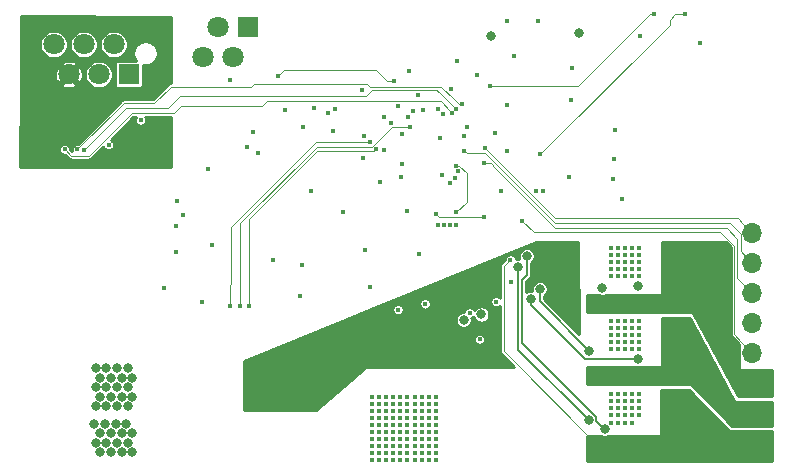
<source format=gbr>
G04 #@! TF.GenerationSoftware,KiCad,Pcbnew,5.1.5-52549c5~84~ubuntu18.04.1*
G04 #@! TF.CreationDate,2020-04-04T20:58:38+02:00*
G04 #@! TF.ProjectId,board,626f6172-642e-46b6-9963-61645f706362,rev?*
G04 #@! TF.SameCoordinates,Original*
G04 #@! TF.FileFunction,Copper,L3,Inr*
G04 #@! TF.FilePolarity,Positive*
%FSLAX46Y46*%
G04 Gerber Fmt 4.6, Leading zero omitted, Abs format (unit mm)*
G04 Created by KiCad (PCBNEW 5.1.5-52549c5~84~ubuntu18.04.1) date 2020-04-04 20:58:38*
%MOMM*%
%LPD*%
G04 APERTURE LIST*
%ADD10O,1.700000X1.700000*%
%ADD11R,1.700000X1.700000*%
%ADD12C,1.800000*%
%ADD13R,1.800000X1.800000*%
%ADD14C,0.400000*%
%ADD15C,0.800000*%
%ADD16C,0.600000*%
%ADD17C,0.101600*%
%ADD18C,0.177800*%
%ADD19C,0.254000*%
G04 APERTURE END LIST*
D10*
X156000000Y-119329200D03*
X156000000Y-121869200D03*
X156000000Y-124409200D03*
X156000000Y-126949200D03*
X156000000Y-129489200D03*
X156000000Y-132029200D03*
X156000000Y-134569200D03*
D11*
X156000000Y-137109200D03*
D12*
X96860000Y-103390000D03*
X98130000Y-105930000D03*
D13*
X103210000Y-105930000D03*
D12*
X101940000Y-103390000D03*
X100670000Y-105930000D03*
X99400000Y-103390000D03*
D13*
X113325000Y-101930000D03*
D12*
X112055000Y-104470000D03*
X110785000Y-101930000D03*
X109515000Y-104470000D03*
D14*
X129100000Y-127200000D03*
X128500000Y-127800000D03*
X124910000Y-127210000D03*
X126700000Y-127800000D03*
X129100000Y-129000000D03*
X129100000Y-127800000D03*
X128500000Y-127200000D03*
X124900000Y-129000000D03*
X126700000Y-128400000D03*
X126100000Y-127200000D03*
X126100000Y-129000000D03*
X124300000Y-127800000D03*
X126100000Y-128400000D03*
X126700000Y-127200000D03*
X123700000Y-127800000D03*
X126100000Y-127800000D03*
X127900000Y-127200000D03*
X124900000Y-127800000D03*
X127310000Y-127210000D03*
X124300000Y-128400000D03*
X127900000Y-129000000D03*
X127300000Y-127800000D03*
X123700000Y-128400000D03*
X125500000Y-129000000D03*
X125500000Y-127200000D03*
X123700000Y-127200000D03*
X124300000Y-129000000D03*
X127900000Y-127800000D03*
X127300000Y-129000000D03*
X125500000Y-128400000D03*
X128500000Y-128400000D03*
X128500000Y-129000000D03*
X123700000Y-129000000D03*
X124900000Y-128400000D03*
X129100000Y-128400000D03*
X127300000Y-128400000D03*
X127900000Y-128400000D03*
X125500000Y-127800000D03*
X126700000Y-129000000D03*
X124300000Y-127200000D03*
D15*
X141300000Y-102400000D03*
X141000000Y-120600000D03*
D14*
X129890000Y-118690000D03*
X127748000Y-121100000D03*
X117700000Y-124650000D03*
X123600000Y-123900000D03*
X117900000Y-122050000D03*
X133750000Y-106885000D03*
X127700000Y-107700000D03*
X130520000Y-107140000D03*
X111740000Y-106360000D03*
X115880000Y-106040000D03*
X125700000Y-106510000D03*
X136500000Y-118300000D03*
X129200000Y-117700000D03*
X133300000Y-118000000D03*
X104200000Y-109800000D03*
X147700000Y-100800000D03*
X126250000Y-114570000D03*
X134760000Y-115790000D03*
X130380000Y-118690000D03*
X126000000Y-125850000D03*
D15*
X131550000Y-126710000D03*
X143300000Y-124000000D03*
X133060000Y-126250000D03*
X146300000Y-123800000D03*
X137300000Y-124900000D03*
X146300000Y-130000000D03*
X142200000Y-129300000D03*
X138000000Y-124100000D03*
X136180000Y-122220000D03*
X142130025Y-135169975D03*
X136900000Y-121300000D03*
X143494805Y-135966469D03*
D14*
X126800000Y-136800000D03*
X128000000Y-136800000D03*
X124400000Y-137400000D03*
X128000000Y-136200000D03*
X126200000Y-136200000D03*
X125000000Y-136200000D03*
X124400000Y-136800000D03*
X128000000Y-137400000D03*
X128600000Y-137400000D03*
X126200000Y-136800000D03*
X125010000Y-135610000D03*
X128600000Y-136800000D03*
X124400000Y-136200000D03*
X127400000Y-136800000D03*
X125600000Y-135600000D03*
X126800000Y-137400000D03*
X125000000Y-136800000D03*
X129200000Y-135600000D03*
X126800000Y-135600000D03*
X126200000Y-137400000D03*
X123800000Y-137400000D03*
X128000000Y-135600000D03*
X128600000Y-135600000D03*
X123800000Y-135600000D03*
X128600000Y-136200000D03*
X126200000Y-135600000D03*
X127410000Y-135610000D03*
X127400000Y-136200000D03*
X129200000Y-136800000D03*
X123800000Y-136800000D03*
X125600000Y-137400000D03*
X125600000Y-136200000D03*
X123800000Y-136200000D03*
X125000000Y-137400000D03*
X127400000Y-137400000D03*
X125600000Y-136800000D03*
X124400000Y-135600000D03*
X126800000Y-136200000D03*
X129200000Y-137400000D03*
X129200000Y-136200000D03*
X129200000Y-138600000D03*
X128600000Y-138000000D03*
X123800000Y-138600000D03*
X124400000Y-138000000D03*
X126800000Y-138000000D03*
X125600000Y-138000000D03*
X128000000Y-138600000D03*
X123800000Y-138000000D03*
X126200000Y-138600000D03*
X126800000Y-138600000D03*
X128600000Y-138600000D03*
X125600000Y-138600000D03*
X125000000Y-138600000D03*
X126200000Y-138000000D03*
X128000000Y-138000000D03*
X125000000Y-138000000D03*
X127400000Y-138600000D03*
X129200000Y-138000000D03*
X127400000Y-138000000D03*
X124400000Y-138600000D03*
X126800000Y-134400000D03*
X128000000Y-134400000D03*
X124400000Y-135000000D03*
X128000000Y-133800000D03*
X126200000Y-133800000D03*
X125000000Y-133800000D03*
X124400000Y-134400000D03*
X128000000Y-135000000D03*
X128600000Y-135000000D03*
X126200000Y-134400000D03*
X125010000Y-133210000D03*
X128600000Y-134400000D03*
X124400000Y-133800000D03*
X127400000Y-134400000D03*
X125600000Y-133200000D03*
X126800000Y-135000000D03*
X125000000Y-134400000D03*
X129200000Y-133200000D03*
X126800000Y-133200000D03*
X126200000Y-135000000D03*
X123800000Y-135000000D03*
X128000000Y-133200000D03*
X128600000Y-133200000D03*
X123800000Y-133200000D03*
X128600000Y-133800000D03*
X126200000Y-133200000D03*
X127410000Y-133210000D03*
X127400000Y-133800000D03*
X129200000Y-134400000D03*
X123800000Y-134400000D03*
X125600000Y-135000000D03*
X125600000Y-133800000D03*
X123800000Y-133800000D03*
X125000000Y-135000000D03*
X127400000Y-135000000D03*
X125600000Y-134400000D03*
X124400000Y-133200000D03*
X126800000Y-133800000D03*
X129200000Y-135000000D03*
X129200000Y-133800000D03*
X146400000Y-127400000D03*
X144600000Y-127400000D03*
X144600000Y-128600000D03*
X144600000Y-128000000D03*
X146400000Y-129200000D03*
X145800000Y-129200000D03*
X145200000Y-126800000D03*
X145800000Y-126800000D03*
X145800000Y-128000000D03*
X145200000Y-129200000D03*
X145200000Y-127400000D03*
X144600000Y-126800000D03*
X145800000Y-127400000D03*
X145800000Y-128600000D03*
X145200000Y-128600000D03*
X145200000Y-128000000D03*
X146400000Y-126800000D03*
X146400000Y-128000000D03*
X144600000Y-129200000D03*
X146400000Y-128600000D03*
X146400000Y-133600000D03*
X144600000Y-133600000D03*
X144600000Y-134800000D03*
X144600000Y-134200000D03*
X145800000Y-135400000D03*
X145200000Y-133000000D03*
X145800000Y-133000000D03*
X145800000Y-134200000D03*
X145200000Y-135400000D03*
X145200000Y-133600000D03*
X144600000Y-133000000D03*
X145800000Y-133600000D03*
X145800000Y-134800000D03*
X145200000Y-134800000D03*
X145200000Y-134200000D03*
X146400000Y-133000000D03*
X146400000Y-134200000D03*
X144600000Y-135400000D03*
X146400000Y-134800000D03*
X144000000Y-128000000D03*
X144000000Y-129200000D03*
X144000000Y-126800000D03*
X144000000Y-128600000D03*
X144000000Y-127400000D03*
X144000000Y-121200000D03*
X144000000Y-122400000D03*
X144000000Y-121800000D03*
X144000000Y-120600000D03*
X144000000Y-123000000D03*
X144000000Y-134800000D03*
X144000000Y-133600000D03*
X144000000Y-135400000D03*
X144000000Y-133000000D03*
X144000000Y-134200000D03*
X146400000Y-121200000D03*
X146400000Y-121800000D03*
X146400000Y-122400000D03*
X146400000Y-123000000D03*
X145800000Y-123000000D03*
X145800000Y-122400000D03*
X145800000Y-121800000D03*
X145800000Y-121200000D03*
X145800000Y-120600000D03*
X145200000Y-120600000D03*
X145200000Y-121200000D03*
X145200000Y-121800000D03*
X145200000Y-122400000D03*
X145200000Y-123000000D03*
X144600000Y-123000000D03*
X144600000Y-120600000D03*
X144600000Y-121800000D03*
X144600000Y-121200000D03*
X144600000Y-122400000D03*
X129390000Y-118670000D03*
D15*
X100300000Y-135500000D03*
X101200000Y-135500000D03*
X102100000Y-135500000D03*
X103000000Y-135500000D03*
X100800000Y-136300000D03*
X101700000Y-136300000D03*
X102600000Y-136300000D03*
X103500000Y-136300000D03*
X100400000Y-137100000D03*
X101300000Y-137100000D03*
X102200000Y-137100000D03*
X103100000Y-137100000D03*
X100800000Y-137900000D03*
X101700000Y-137900000D03*
X102600000Y-137900000D03*
X103500000Y-137900000D03*
D14*
X146400000Y-120600000D03*
X129560000Y-111270000D03*
D15*
X133860000Y-102690000D03*
D14*
X126300000Y-111000000D03*
X135200000Y-108500000D03*
X134200000Y-110900000D03*
X135200000Y-112400000D03*
X124800000Y-109500000D03*
X140700000Y-105400000D03*
X134300000Y-125167399D03*
X132900000Y-128360000D03*
X128290000Y-125350000D03*
X145000000Y-116500000D03*
X126800000Y-117500000D03*
X137812500Y-101400000D03*
X135200000Y-101400000D03*
X107800000Y-117850000D03*
X126000000Y-108600000D03*
X113700000Y-110800000D03*
X124510000Y-115040000D03*
X121370000Y-117590000D03*
X140680000Y-108090000D03*
X132720000Y-105960000D03*
X131610000Y-112370000D03*
X133320000Y-113435700D03*
X133330000Y-112160000D03*
X107200000Y-118800000D03*
X107200000Y-120975000D03*
X144300000Y-113100000D03*
X144400000Y-110600000D03*
X144200000Y-114800000D03*
X140500000Y-114600000D03*
X135800000Y-104400000D03*
X151600000Y-103300000D03*
X122960000Y-107250000D03*
X106180000Y-124020000D03*
X107300000Y-116680000D03*
X146500000Y-102700000D03*
X149100000Y-124700000D03*
X149700000Y-125900000D03*
X149700000Y-124700000D03*
X149100000Y-125900000D03*
X149100000Y-125300000D03*
X149700000Y-125300000D03*
X150300000Y-125300000D03*
X150300000Y-125900000D03*
X150300000Y-124700000D03*
X151000000Y-124700000D03*
X151600000Y-125900000D03*
X151600000Y-124700000D03*
X151000000Y-125900000D03*
X151000000Y-125300000D03*
X151600000Y-125300000D03*
X152200000Y-125300000D03*
X152200000Y-125900000D03*
X152200000Y-124700000D03*
X151600000Y-122900000D03*
X152200000Y-124100000D03*
X152200000Y-122900000D03*
X151600000Y-124100000D03*
X151600000Y-123500000D03*
X152200000Y-123500000D03*
X152800000Y-123500000D03*
X152800000Y-124100000D03*
X152800000Y-122900000D03*
X152200000Y-126500000D03*
X152800000Y-127700000D03*
X152800000Y-126500000D03*
X152200000Y-127700000D03*
X152200000Y-127100000D03*
X152800000Y-127100000D03*
X153400000Y-127100000D03*
X153400000Y-127700000D03*
X153400000Y-126500000D03*
X152800000Y-124700000D03*
X153400000Y-125900000D03*
X153400000Y-124700000D03*
X152800000Y-125900000D03*
X152800000Y-125300000D03*
X153400000Y-125300000D03*
X154000000Y-125300000D03*
X154000000Y-125900000D03*
X154000000Y-124700000D03*
X151600000Y-121100000D03*
X152200000Y-121700000D03*
X152200000Y-122300000D03*
X152200000Y-121100000D03*
X151600000Y-122300000D03*
X152800000Y-122300000D03*
X152800000Y-121100000D03*
X151600000Y-121700000D03*
X152800000Y-121700000D03*
X153400000Y-122900000D03*
X154000000Y-124100000D03*
X153400000Y-124100000D03*
X153400000Y-123500000D03*
X153400000Y-121100000D03*
X153400000Y-122300000D03*
X153400000Y-121700000D03*
X154000000Y-126500000D03*
X154000000Y-127700000D03*
X154000000Y-127100000D03*
X151600000Y-126500000D03*
X152800000Y-128300000D03*
X153400000Y-128300000D03*
X154000000Y-128300000D03*
X152800000Y-128900000D03*
X153400000Y-128900000D03*
X154000000Y-128900000D03*
X154000000Y-129500000D03*
X153400000Y-129500000D03*
X154000000Y-130100000D03*
X153400000Y-130100000D03*
X154000000Y-130700000D03*
X154000000Y-131300000D03*
X144310000Y-124710000D03*
X144900000Y-125900000D03*
X144900000Y-125300000D03*
X145500000Y-124700000D03*
X144300000Y-125900000D03*
X144300000Y-125300000D03*
X145500000Y-125900000D03*
X146100000Y-124700000D03*
X144900000Y-124700000D03*
X146100000Y-125900000D03*
X145500000Y-125300000D03*
X146100000Y-125300000D03*
X146710000Y-124710000D03*
X147300000Y-125900000D03*
X147300000Y-125300000D03*
X147900000Y-124700000D03*
X146700000Y-125900000D03*
X146700000Y-125300000D03*
X147900000Y-125900000D03*
X148500000Y-124700000D03*
X147300000Y-124700000D03*
X148500000Y-125900000D03*
X147900000Y-125300000D03*
X148500000Y-125300000D03*
X132070000Y-126100000D03*
X143110000Y-126060000D03*
X149600000Y-132000000D03*
X150200000Y-130800000D03*
X149600000Y-130800000D03*
X150200000Y-132000000D03*
X149600000Y-131400000D03*
X150200000Y-131400000D03*
X152600000Y-132000000D03*
X152600000Y-131400000D03*
X152000000Y-132000000D03*
X152000000Y-131400000D03*
X152600000Y-130800000D03*
X152000000Y-130800000D03*
X150800000Y-132000000D03*
X151400000Y-130800000D03*
X150800000Y-130800000D03*
X151400000Y-132000000D03*
X150800000Y-131400000D03*
X151400000Y-131400000D03*
X152000000Y-130200000D03*
X152000000Y-129600000D03*
X151400000Y-129000000D03*
X151400000Y-129600000D03*
X151400000Y-130200000D03*
X152600000Y-133200000D03*
X153200000Y-133200000D03*
X152600000Y-132600000D03*
X153200000Y-132600000D03*
X153200000Y-132000000D03*
X152000000Y-132600000D03*
X153800000Y-134400000D03*
X153200000Y-134400000D03*
X153800000Y-133800000D03*
X153200000Y-133800000D03*
X153800000Y-133200000D03*
X143600000Y-132000000D03*
X143600000Y-131400000D03*
X148400000Y-130800000D03*
X148400000Y-132000000D03*
X149000000Y-130800000D03*
X143600000Y-130800000D03*
X149000000Y-132000000D03*
X148400000Y-131400000D03*
X149000000Y-131400000D03*
X143100000Y-131400000D03*
X143100000Y-132000000D03*
X135548036Y-123532076D03*
X143110000Y-130810000D03*
X149100000Y-137900000D03*
X150300000Y-137900000D03*
X149100000Y-138500000D03*
X148500000Y-137300000D03*
X149700000Y-138500000D03*
X149700000Y-137300000D03*
X150900000Y-137300000D03*
X151500000Y-138500000D03*
X149100000Y-136700000D03*
X149710000Y-136710000D03*
X151500000Y-137300000D03*
X148500000Y-138500000D03*
X149700000Y-137900000D03*
X148500000Y-137900000D03*
X150300000Y-138500000D03*
X151500000Y-137900000D03*
X150900000Y-136700000D03*
X150900000Y-137900000D03*
X151500000Y-136700000D03*
X150900000Y-138500000D03*
X149100000Y-137300000D03*
X150300000Y-136700000D03*
X148500000Y-136700000D03*
X150300000Y-137300000D03*
X152110000Y-136710000D03*
X153900000Y-137300000D03*
X152100000Y-138500000D03*
X153900000Y-137900000D03*
X153300000Y-136700000D03*
X153300000Y-138500000D03*
X153300000Y-137900000D03*
X153900000Y-136700000D03*
X153300000Y-137300000D03*
X152100000Y-137300000D03*
X152700000Y-138500000D03*
X152700000Y-136700000D03*
X152700000Y-137900000D03*
X152100000Y-137900000D03*
X152700000Y-137300000D03*
X153900000Y-138500000D03*
X153300000Y-136100000D03*
X151500000Y-136100000D03*
X151500000Y-135500000D03*
X152700000Y-135500000D03*
X152110000Y-135510000D03*
X152100000Y-136100000D03*
X152700000Y-136100000D03*
X151500000Y-134900000D03*
X152110000Y-134910000D03*
X151500000Y-134300000D03*
X143610000Y-136710000D03*
X144200000Y-137900000D03*
X144200000Y-137300000D03*
X144800000Y-136700000D03*
X143600000Y-137900000D03*
X143600000Y-137300000D03*
X144800000Y-137900000D03*
X145400000Y-136700000D03*
X144200000Y-136700000D03*
X145400000Y-137900000D03*
X144800000Y-137300000D03*
X145400000Y-137300000D03*
X143600000Y-138500000D03*
X145400000Y-138500000D03*
X144800000Y-138500000D03*
X144200000Y-138500000D03*
X146000000Y-137900000D03*
X147800000Y-137900000D03*
X147800000Y-138500000D03*
X147200000Y-137300000D03*
X147800000Y-136700000D03*
X146600000Y-136700000D03*
X146010000Y-136710000D03*
X147200000Y-138500000D03*
X146000000Y-137300000D03*
X147200000Y-137900000D03*
X146000000Y-138500000D03*
X146600000Y-138500000D03*
X146600000Y-137300000D03*
X147800000Y-137300000D03*
X147200000Y-136700000D03*
X146600000Y-137900000D03*
X135500000Y-121608700D03*
X143040000Y-138210000D03*
D16*
X102950000Y-107640000D03*
X102270000Y-107670000D03*
X103690000Y-107560000D03*
X104390000Y-107420000D03*
X104940000Y-106980000D03*
X105300000Y-106350000D03*
X105500000Y-105660000D03*
D14*
X131560000Y-111110000D03*
X109370000Y-125170000D03*
X115450000Y-121670000D03*
X138270000Y-115830000D03*
X110250000Y-120330000D03*
X137660000Y-115820000D03*
X130910000Y-118670000D03*
X123200000Y-120750000D03*
X101500000Y-111900000D03*
X126300000Y-113500000D03*
X124840000Y-112340000D03*
D15*
X100800000Y-133200000D03*
X101700000Y-133200000D03*
X102600000Y-133200000D03*
X103500000Y-133200000D03*
X100400000Y-130800000D03*
X101300000Y-130800000D03*
X102200000Y-130800000D03*
X103100000Y-130800000D03*
X100800000Y-131600000D03*
X101700000Y-131600000D03*
X102600000Y-131600000D03*
X103500000Y-131600000D03*
X100400000Y-132400000D03*
X101300000Y-132400000D03*
X102200000Y-132400000D03*
X103100000Y-132400000D03*
X100400000Y-134000000D03*
X101300000Y-134000000D03*
X102200000Y-134000000D03*
X103100000Y-134000000D03*
D14*
X131450000Y-108470000D03*
X98860000Y-112270000D03*
X109900000Y-113900000D03*
X114110000Y-112540000D03*
X113250000Y-112100000D03*
X126900000Y-105600000D03*
X131000000Y-104800000D03*
X131800000Y-110400000D03*
X125400000Y-110000000D03*
X130830000Y-114730000D03*
X118880000Y-108800000D03*
X130410000Y-115150000D03*
X120070000Y-109170000D03*
X129730000Y-114480000D03*
X120670000Y-108810000D03*
X129850000Y-109260000D03*
X118650000Y-115810000D03*
X127300000Y-109000000D03*
X116400000Y-108930000D03*
X97770000Y-112270000D03*
X130560000Y-109200000D03*
X130940000Y-108880000D03*
X99420000Y-112330000D03*
X113400000Y-125500000D03*
X124150000Y-112260000D03*
X126991736Y-110408264D03*
X112600000Y-125500000D03*
X123610000Y-111660000D03*
X111800000Y-125500000D03*
X126820000Y-109550000D03*
X120530000Y-110710000D03*
X117950000Y-110400000D03*
X123140000Y-111140000D03*
X129360000Y-108810000D03*
X123000000Y-113001600D03*
X128150000Y-108950000D03*
X131120000Y-114090000D03*
X150300000Y-100800000D03*
X138000000Y-112700000D03*
X130910000Y-113650000D03*
X130900000Y-117600000D03*
D17*
X129500000Y-118000000D02*
X133300000Y-118000000D01*
X129200000Y-117700000D02*
X129500000Y-118000000D01*
X133750000Y-106885000D02*
X141215000Y-106885000D01*
X141215000Y-106885000D02*
X147300000Y-100800000D01*
X154447590Y-127936790D02*
X155150001Y-128639201D01*
X154447590Y-120447590D02*
X154447590Y-127936790D01*
X153300000Y-119300000D02*
X154447590Y-120447590D01*
X155150001Y-128639201D02*
X156000000Y-129489200D01*
X137500000Y-119300000D02*
X153300000Y-119300000D01*
X136500000Y-118300000D02*
X137500000Y-119300000D01*
X147300000Y-100800000D02*
X147700000Y-100800000D01*
X125700000Y-106510000D02*
X125040000Y-106510000D01*
X125040000Y-106510000D02*
X124110000Y-105580000D01*
X116340000Y-105580000D02*
X115880000Y-106040000D01*
X124110000Y-105580000D02*
X116340000Y-105580000D01*
D18*
X137300000Y-124900000D02*
X137300000Y-125465685D01*
X141834315Y-130000000D02*
X141600000Y-129765685D01*
X137300000Y-125465685D02*
X141600000Y-129765685D01*
X146300000Y-130000000D02*
X141834315Y-130000000D01*
X141600000Y-129765685D02*
X141775616Y-129941301D01*
X138000000Y-125100000D02*
X142200000Y-129300000D01*
X138000000Y-124100000D02*
X138000000Y-125100000D01*
X136180000Y-128780000D02*
X136180000Y-122220000D01*
X136180000Y-128780000D02*
X136180000Y-129219950D01*
X136180000Y-129219950D02*
X142130025Y-135169975D01*
X136900000Y-121300000D02*
X136900000Y-122900000D01*
X136900000Y-122900000D02*
X136510210Y-123289790D01*
X136510210Y-123289790D02*
X136510210Y-128643224D01*
X136510210Y-128643224D02*
X142166986Y-134300000D01*
X143500000Y-136000000D02*
X142771326Y-135271326D01*
X142771326Y-135271326D02*
X142771326Y-134900000D01*
X142166986Y-134300000D02*
X142771326Y-134900000D01*
D17*
X155390800Y-121260000D02*
X156000000Y-121869200D01*
X131809999Y-112569999D02*
X133369999Y-112569999D01*
X133369999Y-112569999D02*
X139270000Y-118470000D01*
X155010000Y-120879200D02*
X155390800Y-121260000D01*
X131610000Y-112370000D02*
X131809999Y-112569999D01*
X139270000Y-118470000D02*
X154070000Y-118470000D01*
X154070000Y-118470000D02*
X155010000Y-119410000D01*
X155010000Y-119410000D02*
X155010000Y-120879200D01*
X153420000Y-118910000D02*
X153830000Y-118910000D01*
X153420000Y-118910000D02*
X153610000Y-118910000D01*
X154740000Y-119820000D02*
X154740000Y-123149200D01*
X153830000Y-118910000D02*
X154740000Y-119820000D01*
X154740000Y-123149200D02*
X156000000Y-124409200D01*
X139310000Y-118910000D02*
X153420000Y-118910000D01*
X134050000Y-113640000D02*
X139310000Y-118910000D01*
X133320000Y-113435700D02*
X133602842Y-113435700D01*
X134050000Y-113640000D02*
X134050000Y-113630000D01*
X133855700Y-113435700D02*
X133320000Y-113435700D01*
X134050000Y-113630000D02*
X133855700Y-113435700D01*
X155250800Y-118580000D02*
X156000000Y-119329200D01*
X154770800Y-118100000D02*
X155250800Y-118580000D01*
X139270000Y-118100000D02*
X154770800Y-118100000D01*
X133330000Y-112160000D02*
X139270000Y-118100000D01*
X143040000Y-137440000D02*
X143040000Y-138210000D01*
X134980000Y-129380000D02*
X143040000Y-137440000D01*
X135246435Y-121863565D02*
X134980000Y-122130000D01*
X135246435Y-121862265D02*
X135246435Y-121863565D01*
X134980000Y-122130000D02*
X134980000Y-129380000D01*
X135500000Y-121608700D02*
X135246435Y-121862265D01*
X131167158Y-108470000D02*
X131450000Y-108470000D01*
X130738759Y-108041601D02*
X131167158Y-108470000D01*
X130738759Y-108038759D02*
X130738759Y-108041601D01*
X123618399Y-106948399D02*
X129648399Y-106948399D01*
X123390000Y-106720000D02*
X123618399Y-106948399D01*
X102770000Y-108360000D02*
X105360000Y-108360000D01*
X98860000Y-112270000D02*
X102770000Y-108360000D01*
X105360000Y-108360000D02*
X106771601Y-106948399D01*
X106771601Y-106948399D02*
X113540000Y-106948399D01*
X113540000Y-106948399D02*
X113768399Y-106720000D01*
X129648399Y-106948399D02*
X130738759Y-108038759D01*
X113768399Y-106720000D02*
X123390000Y-106720000D01*
X130400001Y-109000001D02*
X130600000Y-109200000D01*
X114472410Y-108610000D02*
X114892410Y-108190000D01*
X99840000Y-112800000D02*
X103440000Y-109200000D01*
X114892410Y-108190000D02*
X129600000Y-108190000D01*
X107050000Y-109200000D02*
X107640000Y-108610000D01*
X98300000Y-112800000D02*
X99840000Y-112800000D01*
X129600000Y-108190000D02*
X130400001Y-108990001D01*
X97770000Y-112270000D02*
X98300000Y-112800000D01*
X103440000Y-109200000D02*
X107050000Y-109200000D01*
X130400001Y-108990001D02*
X130400001Y-109000001D01*
X107640000Y-108610000D02*
X114472410Y-108610000D01*
X103010000Y-108740000D02*
X99420000Y-112330000D01*
X106560000Y-108740000D02*
X103010000Y-108740000D01*
X107580000Y-107720000D02*
X106560000Y-108740000D01*
X123300000Y-107720000D02*
X107580000Y-107720000D01*
X123780000Y-107240000D02*
X123300000Y-107720000D01*
X130940000Y-108880000D02*
X130390000Y-108330000D01*
X129418399Y-107398399D02*
X129260000Y-107240000D01*
X130390000Y-108330000D02*
X130380000Y-108330000D01*
X130380000Y-108330000D02*
X129448399Y-107398399D01*
X129448399Y-107398399D02*
X129418399Y-107398399D01*
X129260000Y-107240000D02*
X123780000Y-107240000D01*
X119170000Y-112380000D02*
X123820000Y-112380000D01*
X113400000Y-118150000D02*
X119170000Y-112380000D01*
X113400000Y-125500000D02*
X113400000Y-118150000D01*
X123820000Y-112380000D02*
X123960000Y-112380000D01*
X124080000Y-112260000D02*
X124150000Y-112260000D01*
X123960000Y-112380000D02*
X124080000Y-112260000D01*
X119100000Y-112040000D02*
X112600000Y-118540000D01*
X125451736Y-110408264D02*
X123820000Y-112040000D01*
X112600000Y-118540000D02*
X112600000Y-125500000D01*
X123820000Y-112040000D02*
X119100000Y-112040000D01*
X126991736Y-110408264D02*
X125451736Y-110408264D01*
X111800000Y-125217158D02*
X111800000Y-125500000D01*
X111830000Y-122270000D02*
X111800000Y-125217158D01*
X111830000Y-118870000D02*
X111830000Y-122270000D01*
X119040000Y-111660000D02*
X111830000Y-118870000D01*
X123610000Y-111660000D02*
X119040000Y-111660000D01*
X148990000Y-101710000D02*
X148990000Y-101290000D01*
X138000000Y-112700000D02*
X148990000Y-101710000D01*
X149480000Y-100800000D02*
X150300000Y-100800000D01*
X148990000Y-101290000D02*
X149480000Y-100800000D01*
X131800000Y-114257158D02*
X131192842Y-113650000D01*
X131192842Y-113650000D02*
X130910000Y-113650000D01*
X131800000Y-116700000D02*
X131800000Y-114257158D01*
X130900000Y-117600000D02*
X131800000Y-116700000D01*
D19*
G36*
X106773000Y-101026828D02*
G01*
X106773000Y-106616741D01*
X106771600Y-106616603D01*
X106755395Y-106618199D01*
X106755386Y-106618199D01*
X106706871Y-106622977D01*
X106644628Y-106641859D01*
X106587264Y-106672520D01*
X106536985Y-106713783D01*
X106526651Y-106726375D01*
X105223228Y-108029800D01*
X102786212Y-108029800D01*
X102769999Y-108028203D01*
X102753786Y-108029800D01*
X102753785Y-108029800D01*
X102705270Y-108034578D01*
X102643027Y-108053460D01*
X102616323Y-108067733D01*
X102585662Y-108084121D01*
X102561742Y-108103753D01*
X102535384Y-108125384D01*
X102525047Y-108137980D01*
X98872428Y-111790600D01*
X98812783Y-111790600D01*
X98720164Y-111809023D01*
X98632919Y-111845161D01*
X98554400Y-111897625D01*
X98487625Y-111964400D01*
X98435161Y-112042919D01*
X98399023Y-112130164D01*
X98380600Y-112222783D01*
X98380600Y-112317217D01*
X98399023Y-112409836D01*
X98414730Y-112447757D01*
X98249400Y-112282427D01*
X98249400Y-112222783D01*
X98230977Y-112130164D01*
X98194839Y-112042919D01*
X98142375Y-111964400D01*
X98075600Y-111897625D01*
X97997081Y-111845161D01*
X97909836Y-111809023D01*
X97817217Y-111790600D01*
X97722783Y-111790600D01*
X97630164Y-111809023D01*
X97542919Y-111845161D01*
X97464400Y-111897625D01*
X97397625Y-111964400D01*
X97345161Y-112042919D01*
X97309023Y-112130164D01*
X97290600Y-112222783D01*
X97290600Y-112317217D01*
X97309023Y-112409836D01*
X97345161Y-112497081D01*
X97397625Y-112575600D01*
X97464400Y-112642375D01*
X97542919Y-112694839D01*
X97630164Y-112730977D01*
X97722783Y-112749400D01*
X97782427Y-112749400D01*
X98055050Y-113022023D01*
X98065384Y-113034616D01*
X98115663Y-113075879D01*
X98173027Y-113106540D01*
X98235270Y-113125422D01*
X98283785Y-113130200D01*
X98283794Y-113130200D01*
X98299999Y-113131796D01*
X98316204Y-113130200D01*
X99823787Y-113130200D01*
X99840000Y-113131797D01*
X99856213Y-113130200D01*
X99856215Y-113130200D01*
X99904730Y-113125422D01*
X99966973Y-113106540D01*
X100024337Y-113075879D01*
X100074616Y-113034616D01*
X100084959Y-113022013D01*
X101047257Y-112059715D01*
X101075161Y-112127081D01*
X101127625Y-112205600D01*
X101194400Y-112272375D01*
X101272919Y-112324839D01*
X101360164Y-112360977D01*
X101452783Y-112379400D01*
X101547217Y-112379400D01*
X101639836Y-112360977D01*
X101727081Y-112324839D01*
X101805600Y-112272375D01*
X101872375Y-112205600D01*
X101924839Y-112127081D01*
X101960977Y-112039836D01*
X101979400Y-111947217D01*
X101979400Y-111852783D01*
X101960977Y-111760164D01*
X101924839Y-111672919D01*
X101872375Y-111594400D01*
X101805600Y-111527625D01*
X101727081Y-111475161D01*
X101659715Y-111447257D01*
X103576773Y-109530200D01*
X103803705Y-109530200D01*
X103775161Y-109572919D01*
X103739023Y-109660164D01*
X103720600Y-109752783D01*
X103720600Y-109847217D01*
X103739023Y-109939836D01*
X103775161Y-110027081D01*
X103827625Y-110105600D01*
X103894400Y-110172375D01*
X103972919Y-110224839D01*
X104060164Y-110260977D01*
X104152783Y-110279400D01*
X104247217Y-110279400D01*
X104339836Y-110260977D01*
X104427081Y-110224839D01*
X104505600Y-110172375D01*
X104572375Y-110105600D01*
X104624839Y-110027081D01*
X104660977Y-109939836D01*
X104679400Y-109847217D01*
X104679400Y-109752783D01*
X104660977Y-109660164D01*
X104624839Y-109572919D01*
X104596295Y-109530200D01*
X106773000Y-109530200D01*
X106773000Y-113773000D01*
X94027334Y-113773000D01*
X94045603Y-106803278D01*
X97436327Y-106803278D01*
X97540168Y-106957899D01*
X97752034Y-107053218D01*
X97978426Y-107105373D01*
X98210643Y-107112359D01*
X98439760Y-107073907D01*
X98656973Y-106991497D01*
X98719832Y-106957899D01*
X98823673Y-106803278D01*
X98130000Y-106109605D01*
X97436327Y-106803278D01*
X94045603Y-106803278D01*
X94047681Y-106010643D01*
X96947641Y-106010643D01*
X96986093Y-106239760D01*
X97068503Y-106456973D01*
X97102101Y-106519832D01*
X97256722Y-106623673D01*
X97950395Y-105930000D01*
X98309605Y-105930000D01*
X99003278Y-106623673D01*
X99157899Y-106519832D01*
X99253218Y-106307966D01*
X99305373Y-106081574D01*
X99312359Y-105849357D01*
X99306399Y-105813839D01*
X99490600Y-105813839D01*
X99490600Y-106046161D01*
X99535923Y-106274018D01*
X99624829Y-106488656D01*
X99753900Y-106681824D01*
X99918176Y-106846100D01*
X100111344Y-106975171D01*
X100325982Y-107064077D01*
X100553839Y-107109400D01*
X100786161Y-107109400D01*
X101014018Y-107064077D01*
X101228656Y-106975171D01*
X101421824Y-106846100D01*
X101586100Y-106681824D01*
X101715171Y-106488656D01*
X101804077Y-106274018D01*
X101849400Y-106046161D01*
X101849400Y-105813839D01*
X101804077Y-105585982D01*
X101715171Y-105371344D01*
X101586100Y-105178176D01*
X101437924Y-105030000D01*
X102029249Y-105030000D01*
X102029249Y-106830000D01*
X102034644Y-106884772D01*
X102050620Y-106937439D01*
X102076564Y-106985977D01*
X102111479Y-107028521D01*
X102154023Y-107063436D01*
X102202561Y-107089380D01*
X102255228Y-107105356D01*
X102310000Y-107110751D01*
X104110000Y-107110751D01*
X104164772Y-107105356D01*
X104217439Y-107089380D01*
X104265977Y-107063436D01*
X104308521Y-107028521D01*
X104343436Y-106985977D01*
X104369380Y-106937439D01*
X104385356Y-106884772D01*
X104390751Y-106830000D01*
X104390751Y-105136007D01*
X104508608Y-105159450D01*
X104711392Y-105159450D01*
X104910279Y-105119889D01*
X105097627Y-105042287D01*
X105266236Y-104929626D01*
X105409626Y-104786236D01*
X105522287Y-104617627D01*
X105599889Y-104430279D01*
X105639450Y-104231392D01*
X105639450Y-104028608D01*
X105599889Y-103829721D01*
X105522287Y-103642373D01*
X105409626Y-103473764D01*
X105266236Y-103330374D01*
X105097627Y-103217713D01*
X104910279Y-103140111D01*
X104711392Y-103100550D01*
X104508608Y-103100550D01*
X104309721Y-103140111D01*
X104122373Y-103217713D01*
X103953764Y-103330374D01*
X103810374Y-103473764D01*
X103697713Y-103642373D01*
X103620111Y-103829721D01*
X103580550Y-104028608D01*
X103580550Y-104231392D01*
X103620111Y-104430279D01*
X103697713Y-104617627D01*
X103785660Y-104749249D01*
X102310000Y-104749249D01*
X102255228Y-104754644D01*
X102202561Y-104770620D01*
X102154023Y-104796564D01*
X102111479Y-104831479D01*
X102076564Y-104874023D01*
X102050620Y-104922561D01*
X102034644Y-104975228D01*
X102029249Y-105030000D01*
X101437924Y-105030000D01*
X101421824Y-105013900D01*
X101228656Y-104884829D01*
X101014018Y-104795923D01*
X100786161Y-104750600D01*
X100553839Y-104750600D01*
X100325982Y-104795923D01*
X100111344Y-104884829D01*
X99918176Y-105013900D01*
X99753900Y-105178176D01*
X99624829Y-105371344D01*
X99535923Y-105585982D01*
X99490600Y-105813839D01*
X99306399Y-105813839D01*
X99273907Y-105620240D01*
X99191497Y-105403027D01*
X99157899Y-105340168D01*
X99003278Y-105236327D01*
X98309605Y-105930000D01*
X97950395Y-105930000D01*
X97256722Y-105236327D01*
X97102101Y-105340168D01*
X97006782Y-105552034D01*
X96954627Y-105778426D01*
X96947641Y-106010643D01*
X94047681Y-106010643D01*
X94050181Y-105056722D01*
X97436327Y-105056722D01*
X98130000Y-105750395D01*
X98823673Y-105056722D01*
X98719832Y-104902101D01*
X98507966Y-104806782D01*
X98281574Y-104754627D01*
X98049357Y-104747641D01*
X97820240Y-104786093D01*
X97603027Y-104868503D01*
X97540168Y-104902101D01*
X97436327Y-105056722D01*
X94050181Y-105056722D01*
X94054856Y-103273839D01*
X95680600Y-103273839D01*
X95680600Y-103506161D01*
X95725923Y-103734018D01*
X95814829Y-103948656D01*
X95943900Y-104141824D01*
X96108176Y-104306100D01*
X96301344Y-104435171D01*
X96515982Y-104524077D01*
X96743839Y-104569400D01*
X96976161Y-104569400D01*
X97204018Y-104524077D01*
X97418656Y-104435171D01*
X97611824Y-104306100D01*
X97776100Y-104141824D01*
X97905171Y-103948656D01*
X97994077Y-103734018D01*
X98039400Y-103506161D01*
X98039400Y-103273839D01*
X98220600Y-103273839D01*
X98220600Y-103506161D01*
X98265923Y-103734018D01*
X98354829Y-103948656D01*
X98483900Y-104141824D01*
X98648176Y-104306100D01*
X98841344Y-104435171D01*
X99055982Y-104524077D01*
X99283839Y-104569400D01*
X99516161Y-104569400D01*
X99744018Y-104524077D01*
X99958656Y-104435171D01*
X100151824Y-104306100D01*
X100316100Y-104141824D01*
X100445171Y-103948656D01*
X100534077Y-103734018D01*
X100579400Y-103506161D01*
X100579400Y-103273839D01*
X100760600Y-103273839D01*
X100760600Y-103506161D01*
X100805923Y-103734018D01*
X100894829Y-103948656D01*
X101023900Y-104141824D01*
X101188176Y-104306100D01*
X101381344Y-104435171D01*
X101595982Y-104524077D01*
X101823839Y-104569400D01*
X102056161Y-104569400D01*
X102284018Y-104524077D01*
X102498656Y-104435171D01*
X102691824Y-104306100D01*
X102856100Y-104141824D01*
X102985171Y-103948656D01*
X103074077Y-103734018D01*
X103119400Y-103506161D01*
X103119400Y-103273839D01*
X103074077Y-103045982D01*
X102985171Y-102831344D01*
X102856100Y-102638176D01*
X102691824Y-102473900D01*
X102498656Y-102344829D01*
X102284018Y-102255923D01*
X102056161Y-102210600D01*
X101823839Y-102210600D01*
X101595982Y-102255923D01*
X101381344Y-102344829D01*
X101188176Y-102473900D01*
X101023900Y-102638176D01*
X100894829Y-102831344D01*
X100805923Y-103045982D01*
X100760600Y-103273839D01*
X100579400Y-103273839D01*
X100534077Y-103045982D01*
X100445171Y-102831344D01*
X100316100Y-102638176D01*
X100151824Y-102473900D01*
X99958656Y-102344829D01*
X99744018Y-102255923D01*
X99516161Y-102210600D01*
X99283839Y-102210600D01*
X99055982Y-102255923D01*
X98841344Y-102344829D01*
X98648176Y-102473900D01*
X98483900Y-102638176D01*
X98354829Y-102831344D01*
X98265923Y-103045982D01*
X98220600Y-103273839D01*
X98039400Y-103273839D01*
X97994077Y-103045982D01*
X97905171Y-102831344D01*
X97776100Y-102638176D01*
X97611824Y-102473900D01*
X97418656Y-102344829D01*
X97204018Y-102255923D01*
X96976161Y-102210600D01*
X96743839Y-102210600D01*
X96515982Y-102255923D01*
X96301344Y-102344829D01*
X96108176Y-102473900D01*
X95943900Y-102638176D01*
X95814829Y-102831344D01*
X95725923Y-103045982D01*
X95680600Y-103273839D01*
X94054856Y-103273839D01*
X94060792Y-101009547D01*
X106773000Y-101026828D01*
G37*
X106773000Y-101026828D02*
X106773000Y-106616741D01*
X106771600Y-106616603D01*
X106755395Y-106618199D01*
X106755386Y-106618199D01*
X106706871Y-106622977D01*
X106644628Y-106641859D01*
X106587264Y-106672520D01*
X106536985Y-106713783D01*
X106526651Y-106726375D01*
X105223228Y-108029800D01*
X102786212Y-108029800D01*
X102769999Y-108028203D01*
X102753786Y-108029800D01*
X102753785Y-108029800D01*
X102705270Y-108034578D01*
X102643027Y-108053460D01*
X102616323Y-108067733D01*
X102585662Y-108084121D01*
X102561742Y-108103753D01*
X102535384Y-108125384D01*
X102525047Y-108137980D01*
X98872428Y-111790600D01*
X98812783Y-111790600D01*
X98720164Y-111809023D01*
X98632919Y-111845161D01*
X98554400Y-111897625D01*
X98487625Y-111964400D01*
X98435161Y-112042919D01*
X98399023Y-112130164D01*
X98380600Y-112222783D01*
X98380600Y-112317217D01*
X98399023Y-112409836D01*
X98414730Y-112447757D01*
X98249400Y-112282427D01*
X98249400Y-112222783D01*
X98230977Y-112130164D01*
X98194839Y-112042919D01*
X98142375Y-111964400D01*
X98075600Y-111897625D01*
X97997081Y-111845161D01*
X97909836Y-111809023D01*
X97817217Y-111790600D01*
X97722783Y-111790600D01*
X97630164Y-111809023D01*
X97542919Y-111845161D01*
X97464400Y-111897625D01*
X97397625Y-111964400D01*
X97345161Y-112042919D01*
X97309023Y-112130164D01*
X97290600Y-112222783D01*
X97290600Y-112317217D01*
X97309023Y-112409836D01*
X97345161Y-112497081D01*
X97397625Y-112575600D01*
X97464400Y-112642375D01*
X97542919Y-112694839D01*
X97630164Y-112730977D01*
X97722783Y-112749400D01*
X97782427Y-112749400D01*
X98055050Y-113022023D01*
X98065384Y-113034616D01*
X98115663Y-113075879D01*
X98173027Y-113106540D01*
X98235270Y-113125422D01*
X98283785Y-113130200D01*
X98283794Y-113130200D01*
X98299999Y-113131796D01*
X98316204Y-113130200D01*
X99823787Y-113130200D01*
X99840000Y-113131797D01*
X99856213Y-113130200D01*
X99856215Y-113130200D01*
X99904730Y-113125422D01*
X99966973Y-113106540D01*
X100024337Y-113075879D01*
X100074616Y-113034616D01*
X100084959Y-113022013D01*
X101047257Y-112059715D01*
X101075161Y-112127081D01*
X101127625Y-112205600D01*
X101194400Y-112272375D01*
X101272919Y-112324839D01*
X101360164Y-112360977D01*
X101452783Y-112379400D01*
X101547217Y-112379400D01*
X101639836Y-112360977D01*
X101727081Y-112324839D01*
X101805600Y-112272375D01*
X101872375Y-112205600D01*
X101924839Y-112127081D01*
X101960977Y-112039836D01*
X101979400Y-111947217D01*
X101979400Y-111852783D01*
X101960977Y-111760164D01*
X101924839Y-111672919D01*
X101872375Y-111594400D01*
X101805600Y-111527625D01*
X101727081Y-111475161D01*
X101659715Y-111447257D01*
X103576773Y-109530200D01*
X103803705Y-109530200D01*
X103775161Y-109572919D01*
X103739023Y-109660164D01*
X103720600Y-109752783D01*
X103720600Y-109847217D01*
X103739023Y-109939836D01*
X103775161Y-110027081D01*
X103827625Y-110105600D01*
X103894400Y-110172375D01*
X103972919Y-110224839D01*
X104060164Y-110260977D01*
X104152783Y-110279400D01*
X104247217Y-110279400D01*
X104339836Y-110260977D01*
X104427081Y-110224839D01*
X104505600Y-110172375D01*
X104572375Y-110105600D01*
X104624839Y-110027081D01*
X104660977Y-109939836D01*
X104679400Y-109847217D01*
X104679400Y-109752783D01*
X104660977Y-109660164D01*
X104624839Y-109572919D01*
X104596295Y-109530200D01*
X106773000Y-109530200D01*
X106773000Y-113773000D01*
X94027334Y-113773000D01*
X94045603Y-106803278D01*
X97436327Y-106803278D01*
X97540168Y-106957899D01*
X97752034Y-107053218D01*
X97978426Y-107105373D01*
X98210643Y-107112359D01*
X98439760Y-107073907D01*
X98656973Y-106991497D01*
X98719832Y-106957899D01*
X98823673Y-106803278D01*
X98130000Y-106109605D01*
X97436327Y-106803278D01*
X94045603Y-106803278D01*
X94047681Y-106010643D01*
X96947641Y-106010643D01*
X96986093Y-106239760D01*
X97068503Y-106456973D01*
X97102101Y-106519832D01*
X97256722Y-106623673D01*
X97950395Y-105930000D01*
X98309605Y-105930000D01*
X99003278Y-106623673D01*
X99157899Y-106519832D01*
X99253218Y-106307966D01*
X99305373Y-106081574D01*
X99312359Y-105849357D01*
X99306399Y-105813839D01*
X99490600Y-105813839D01*
X99490600Y-106046161D01*
X99535923Y-106274018D01*
X99624829Y-106488656D01*
X99753900Y-106681824D01*
X99918176Y-106846100D01*
X100111344Y-106975171D01*
X100325982Y-107064077D01*
X100553839Y-107109400D01*
X100786161Y-107109400D01*
X101014018Y-107064077D01*
X101228656Y-106975171D01*
X101421824Y-106846100D01*
X101586100Y-106681824D01*
X101715171Y-106488656D01*
X101804077Y-106274018D01*
X101849400Y-106046161D01*
X101849400Y-105813839D01*
X101804077Y-105585982D01*
X101715171Y-105371344D01*
X101586100Y-105178176D01*
X101437924Y-105030000D01*
X102029249Y-105030000D01*
X102029249Y-106830000D01*
X102034644Y-106884772D01*
X102050620Y-106937439D01*
X102076564Y-106985977D01*
X102111479Y-107028521D01*
X102154023Y-107063436D01*
X102202561Y-107089380D01*
X102255228Y-107105356D01*
X102310000Y-107110751D01*
X104110000Y-107110751D01*
X104164772Y-107105356D01*
X104217439Y-107089380D01*
X104265977Y-107063436D01*
X104308521Y-107028521D01*
X104343436Y-106985977D01*
X104369380Y-106937439D01*
X104385356Y-106884772D01*
X104390751Y-106830000D01*
X104390751Y-105136007D01*
X104508608Y-105159450D01*
X104711392Y-105159450D01*
X104910279Y-105119889D01*
X105097627Y-105042287D01*
X105266236Y-104929626D01*
X105409626Y-104786236D01*
X105522287Y-104617627D01*
X105599889Y-104430279D01*
X105639450Y-104231392D01*
X105639450Y-104028608D01*
X105599889Y-103829721D01*
X105522287Y-103642373D01*
X105409626Y-103473764D01*
X105266236Y-103330374D01*
X105097627Y-103217713D01*
X104910279Y-103140111D01*
X104711392Y-103100550D01*
X104508608Y-103100550D01*
X104309721Y-103140111D01*
X104122373Y-103217713D01*
X103953764Y-103330374D01*
X103810374Y-103473764D01*
X103697713Y-103642373D01*
X103620111Y-103829721D01*
X103580550Y-104028608D01*
X103580550Y-104231392D01*
X103620111Y-104430279D01*
X103697713Y-104617627D01*
X103785660Y-104749249D01*
X102310000Y-104749249D01*
X102255228Y-104754644D01*
X102202561Y-104770620D01*
X102154023Y-104796564D01*
X102111479Y-104831479D01*
X102076564Y-104874023D01*
X102050620Y-104922561D01*
X102034644Y-104975228D01*
X102029249Y-105030000D01*
X101437924Y-105030000D01*
X101421824Y-105013900D01*
X101228656Y-104884829D01*
X101014018Y-104795923D01*
X100786161Y-104750600D01*
X100553839Y-104750600D01*
X100325982Y-104795923D01*
X100111344Y-104884829D01*
X99918176Y-105013900D01*
X99753900Y-105178176D01*
X99624829Y-105371344D01*
X99535923Y-105585982D01*
X99490600Y-105813839D01*
X99306399Y-105813839D01*
X99273907Y-105620240D01*
X99191497Y-105403027D01*
X99157899Y-105340168D01*
X99003278Y-105236327D01*
X98309605Y-105930000D01*
X97950395Y-105930000D01*
X97256722Y-105236327D01*
X97102101Y-105340168D01*
X97006782Y-105552034D01*
X96954627Y-105778426D01*
X96947641Y-106010643D01*
X94047681Y-106010643D01*
X94050181Y-105056722D01*
X97436327Y-105056722D01*
X98130000Y-105750395D01*
X98823673Y-105056722D01*
X98719832Y-104902101D01*
X98507966Y-104806782D01*
X98281574Y-104754627D01*
X98049357Y-104747641D01*
X97820240Y-104786093D01*
X97603027Y-104868503D01*
X97540168Y-104902101D01*
X97436327Y-105056722D01*
X94050181Y-105056722D01*
X94054856Y-103273839D01*
X95680600Y-103273839D01*
X95680600Y-103506161D01*
X95725923Y-103734018D01*
X95814829Y-103948656D01*
X95943900Y-104141824D01*
X96108176Y-104306100D01*
X96301344Y-104435171D01*
X96515982Y-104524077D01*
X96743839Y-104569400D01*
X96976161Y-104569400D01*
X97204018Y-104524077D01*
X97418656Y-104435171D01*
X97611824Y-104306100D01*
X97776100Y-104141824D01*
X97905171Y-103948656D01*
X97994077Y-103734018D01*
X98039400Y-103506161D01*
X98039400Y-103273839D01*
X98220600Y-103273839D01*
X98220600Y-103506161D01*
X98265923Y-103734018D01*
X98354829Y-103948656D01*
X98483900Y-104141824D01*
X98648176Y-104306100D01*
X98841344Y-104435171D01*
X99055982Y-104524077D01*
X99283839Y-104569400D01*
X99516161Y-104569400D01*
X99744018Y-104524077D01*
X99958656Y-104435171D01*
X100151824Y-104306100D01*
X100316100Y-104141824D01*
X100445171Y-103948656D01*
X100534077Y-103734018D01*
X100579400Y-103506161D01*
X100579400Y-103273839D01*
X100760600Y-103273839D01*
X100760600Y-103506161D01*
X100805923Y-103734018D01*
X100894829Y-103948656D01*
X101023900Y-104141824D01*
X101188176Y-104306100D01*
X101381344Y-104435171D01*
X101595982Y-104524077D01*
X101823839Y-104569400D01*
X102056161Y-104569400D01*
X102284018Y-104524077D01*
X102498656Y-104435171D01*
X102691824Y-104306100D01*
X102856100Y-104141824D01*
X102985171Y-103948656D01*
X103074077Y-103734018D01*
X103119400Y-103506161D01*
X103119400Y-103273839D01*
X103074077Y-103045982D01*
X102985171Y-102831344D01*
X102856100Y-102638176D01*
X102691824Y-102473900D01*
X102498656Y-102344829D01*
X102284018Y-102255923D01*
X102056161Y-102210600D01*
X101823839Y-102210600D01*
X101595982Y-102255923D01*
X101381344Y-102344829D01*
X101188176Y-102473900D01*
X101023900Y-102638176D01*
X100894829Y-102831344D01*
X100805923Y-103045982D01*
X100760600Y-103273839D01*
X100579400Y-103273839D01*
X100534077Y-103045982D01*
X100445171Y-102831344D01*
X100316100Y-102638176D01*
X100151824Y-102473900D01*
X99958656Y-102344829D01*
X99744018Y-102255923D01*
X99516161Y-102210600D01*
X99283839Y-102210600D01*
X99055982Y-102255923D01*
X98841344Y-102344829D01*
X98648176Y-102473900D01*
X98483900Y-102638176D01*
X98354829Y-102831344D01*
X98265923Y-103045982D01*
X98220600Y-103273839D01*
X98039400Y-103273839D01*
X97994077Y-103045982D01*
X97905171Y-102831344D01*
X97776100Y-102638176D01*
X97611824Y-102473900D01*
X97418656Y-102344829D01*
X97204018Y-102255923D01*
X96976161Y-102210600D01*
X96743839Y-102210600D01*
X96515982Y-102255923D01*
X96301344Y-102344829D01*
X96108176Y-102473900D01*
X95943900Y-102638176D01*
X95814829Y-102831344D01*
X95725923Y-103045982D01*
X95680600Y-103273839D01*
X94054856Y-103273839D01*
X94060792Y-101009547D01*
X106773000Y-101026828D01*
G36*
X141357425Y-127936570D02*
G01*
X138368300Y-124947446D01*
X138368300Y-124671016D01*
X138433092Y-124627724D01*
X138527724Y-124533092D01*
X138602076Y-124421816D01*
X138653291Y-124298174D01*
X138679400Y-124166915D01*
X138679400Y-124033085D01*
X138653291Y-123901826D01*
X138602076Y-123778184D01*
X138527724Y-123666908D01*
X138433092Y-123572276D01*
X138321816Y-123497924D01*
X138198174Y-123446709D01*
X138066915Y-123420600D01*
X137933085Y-123420600D01*
X137801826Y-123446709D01*
X137678184Y-123497924D01*
X137566908Y-123572276D01*
X137472276Y-123666908D01*
X137397924Y-123778184D01*
X137346709Y-123901826D01*
X137320600Y-124033085D01*
X137320600Y-124166915D01*
X137331279Y-124220600D01*
X137233085Y-124220600D01*
X137101826Y-124246709D01*
X136978184Y-124297924D01*
X136878510Y-124364524D01*
X136878510Y-123442344D01*
X137147632Y-123173222D01*
X137161687Y-123161687D01*
X137207712Y-123105607D01*
X137241911Y-123041624D01*
X137262971Y-122972199D01*
X137268300Y-122918093D01*
X137268300Y-122918086D01*
X137270081Y-122900001D01*
X137268300Y-122881916D01*
X137268300Y-121871016D01*
X137333092Y-121827724D01*
X137427724Y-121733092D01*
X137502076Y-121621816D01*
X137553291Y-121498174D01*
X137579400Y-121366915D01*
X137579400Y-121233085D01*
X137553291Y-121101826D01*
X137502076Y-120978184D01*
X137427724Y-120866908D01*
X137333092Y-120772276D01*
X137221816Y-120697924D01*
X137098174Y-120646709D01*
X136966915Y-120620600D01*
X136833085Y-120620600D01*
X136701826Y-120646709D01*
X136578184Y-120697924D01*
X136466908Y-120772276D01*
X136372276Y-120866908D01*
X136297924Y-120978184D01*
X136246709Y-121101826D01*
X136220600Y-121233085D01*
X136220600Y-121366915D01*
X136246709Y-121498174D01*
X136265842Y-121544365D01*
X136246915Y-121540600D01*
X136113085Y-121540600D01*
X135981826Y-121566709D01*
X135979400Y-121567714D01*
X135979400Y-121561483D01*
X135960977Y-121468864D01*
X135924839Y-121381619D01*
X135872375Y-121303100D01*
X135805600Y-121236325D01*
X135727081Y-121183861D01*
X135639836Y-121147723D01*
X135547217Y-121129300D01*
X135452783Y-121129300D01*
X135360164Y-121147723D01*
X135272919Y-121183861D01*
X135194400Y-121236325D01*
X135127625Y-121303100D01*
X135075161Y-121381619D01*
X135039023Y-121468864D01*
X135020600Y-121561483D01*
X135020600Y-121620443D01*
X135011819Y-121627649D01*
X134995532Y-121647495D01*
X134757987Y-121885041D01*
X134745384Y-121895384D01*
X134719443Y-121926994D01*
X134704121Y-121945663D01*
X134700044Y-121953291D01*
X134673460Y-122003028D01*
X134654578Y-122065271D01*
X134652330Y-122088100D01*
X134648203Y-122130000D01*
X134649800Y-122146213D01*
X134649800Y-124839224D01*
X134605600Y-124795024D01*
X134527081Y-124742560D01*
X134439836Y-124706422D01*
X134347217Y-124687999D01*
X134252783Y-124687999D01*
X134160164Y-124706422D01*
X134072919Y-124742560D01*
X133994400Y-124795024D01*
X133927625Y-124861799D01*
X133875161Y-124940318D01*
X133839023Y-125027563D01*
X133820600Y-125120182D01*
X133820600Y-125214616D01*
X133839023Y-125307235D01*
X133875161Y-125394480D01*
X133927625Y-125472999D01*
X133994400Y-125539774D01*
X134072919Y-125592238D01*
X134160164Y-125628376D01*
X134252783Y-125646799D01*
X134347217Y-125646799D01*
X134439836Y-125628376D01*
X134527081Y-125592238D01*
X134605600Y-125539774D01*
X134649800Y-125495574D01*
X134649801Y-129363777D01*
X134648203Y-129380000D01*
X134654579Y-129444729D01*
X134673461Y-129506973D01*
X134704121Y-129564337D01*
X134725209Y-129590032D01*
X134745385Y-129614616D01*
X134757983Y-129624955D01*
X135806028Y-130673000D01*
X123400000Y-130673000D01*
X123375224Y-130675440D01*
X123351399Y-130682667D01*
X123329443Y-130694403D01*
X123317165Y-130703733D01*
X119052882Y-134373000D01*
X112927000Y-134373000D01*
X112927000Y-130185536D01*
X117543984Y-128312783D01*
X132420600Y-128312783D01*
X132420600Y-128407217D01*
X132439023Y-128499836D01*
X132475161Y-128587081D01*
X132527625Y-128665600D01*
X132594400Y-128732375D01*
X132672919Y-128784839D01*
X132760164Y-128820977D01*
X132852783Y-128839400D01*
X132947217Y-128839400D01*
X133039836Y-128820977D01*
X133127081Y-128784839D01*
X133205600Y-128732375D01*
X133272375Y-128665600D01*
X133324839Y-128587081D01*
X133360977Y-128499836D01*
X133379400Y-128407217D01*
X133379400Y-128312783D01*
X133360977Y-128220164D01*
X133324839Y-128132919D01*
X133272375Y-128054400D01*
X133205600Y-127987625D01*
X133127081Y-127935161D01*
X133039836Y-127899023D01*
X132947217Y-127880600D01*
X132852783Y-127880600D01*
X132760164Y-127899023D01*
X132672919Y-127935161D01*
X132594400Y-127987625D01*
X132527625Y-128054400D01*
X132475161Y-128132919D01*
X132439023Y-128220164D01*
X132420600Y-128312783D01*
X117543984Y-128312783D01*
X121660368Y-126643085D01*
X130870600Y-126643085D01*
X130870600Y-126776915D01*
X130896709Y-126908174D01*
X130947924Y-127031816D01*
X131022276Y-127143092D01*
X131116908Y-127237724D01*
X131228184Y-127312076D01*
X131351826Y-127363291D01*
X131483085Y-127389400D01*
X131616915Y-127389400D01*
X131748174Y-127363291D01*
X131871816Y-127312076D01*
X131983092Y-127237724D01*
X132077724Y-127143092D01*
X132152076Y-127031816D01*
X132203291Y-126908174D01*
X132229400Y-126776915D01*
X132229400Y-126643085D01*
X132212822Y-126559740D01*
X132297081Y-126524839D01*
X132375600Y-126472375D01*
X132405563Y-126442412D01*
X132406709Y-126448174D01*
X132457924Y-126571816D01*
X132532276Y-126683092D01*
X132626908Y-126777724D01*
X132738184Y-126852076D01*
X132861826Y-126903291D01*
X132993085Y-126929400D01*
X133126915Y-126929400D01*
X133258174Y-126903291D01*
X133381816Y-126852076D01*
X133493092Y-126777724D01*
X133587724Y-126683092D01*
X133662076Y-126571816D01*
X133713291Y-126448174D01*
X133739400Y-126316915D01*
X133739400Y-126183085D01*
X133713291Y-126051826D01*
X133662076Y-125928184D01*
X133587724Y-125816908D01*
X133493092Y-125722276D01*
X133381816Y-125647924D01*
X133258174Y-125596709D01*
X133126915Y-125570600D01*
X132993085Y-125570600D01*
X132861826Y-125596709D01*
X132738184Y-125647924D01*
X132626908Y-125722276D01*
X132532276Y-125816908D01*
X132494844Y-125872930D01*
X132494839Y-125872919D01*
X132442375Y-125794400D01*
X132375600Y-125727625D01*
X132297081Y-125675161D01*
X132209836Y-125639023D01*
X132117217Y-125620600D01*
X132022783Y-125620600D01*
X131930164Y-125639023D01*
X131842919Y-125675161D01*
X131764400Y-125727625D01*
X131697625Y-125794400D01*
X131645161Y-125872919D01*
X131609023Y-125960164D01*
X131595012Y-126030600D01*
X131483085Y-126030600D01*
X131351826Y-126056709D01*
X131228184Y-126107924D01*
X131116908Y-126182276D01*
X131022276Y-126276908D01*
X130947924Y-126388184D01*
X130896709Y-126511826D01*
X130870600Y-126643085D01*
X121660368Y-126643085D01*
X123732004Y-125802783D01*
X125520600Y-125802783D01*
X125520600Y-125897217D01*
X125539023Y-125989836D01*
X125575161Y-126077081D01*
X125627625Y-126155600D01*
X125694400Y-126222375D01*
X125772919Y-126274839D01*
X125860164Y-126310977D01*
X125952783Y-126329400D01*
X126047217Y-126329400D01*
X126139836Y-126310977D01*
X126227081Y-126274839D01*
X126305600Y-126222375D01*
X126372375Y-126155600D01*
X126424839Y-126077081D01*
X126460977Y-125989836D01*
X126479400Y-125897217D01*
X126479400Y-125802783D01*
X126460977Y-125710164D01*
X126424839Y-125622919D01*
X126372375Y-125544400D01*
X126305600Y-125477625D01*
X126227081Y-125425161D01*
X126139836Y-125389023D01*
X126047217Y-125370600D01*
X125952783Y-125370600D01*
X125860164Y-125389023D01*
X125772919Y-125425161D01*
X125694400Y-125477625D01*
X125627625Y-125544400D01*
X125575161Y-125622919D01*
X125539023Y-125710164D01*
X125520600Y-125802783D01*
X123732004Y-125802783D01*
X124964677Y-125302783D01*
X127810600Y-125302783D01*
X127810600Y-125397217D01*
X127829023Y-125489836D01*
X127865161Y-125577081D01*
X127917625Y-125655600D01*
X127984400Y-125722375D01*
X128062919Y-125774839D01*
X128150164Y-125810977D01*
X128242783Y-125829400D01*
X128337217Y-125829400D01*
X128429836Y-125810977D01*
X128517081Y-125774839D01*
X128595600Y-125722375D01*
X128662375Y-125655600D01*
X128714839Y-125577081D01*
X128750977Y-125489836D01*
X128769400Y-125397217D01*
X128769400Y-125302783D01*
X128750977Y-125210164D01*
X128714839Y-125122919D01*
X128662375Y-125044400D01*
X128595600Y-124977625D01*
X128517081Y-124925161D01*
X128429836Y-124889023D01*
X128337217Y-124870600D01*
X128242783Y-124870600D01*
X128150164Y-124889023D01*
X128062919Y-124925161D01*
X127984400Y-124977625D01*
X127917625Y-125044400D01*
X127865161Y-125122919D01*
X127829023Y-125210164D01*
X127810600Y-125302783D01*
X124964677Y-125302783D01*
X137724776Y-120127000D01*
X141274344Y-120127000D01*
X141357425Y-127936570D01*
G37*
X141357425Y-127936570D02*
X138368300Y-124947446D01*
X138368300Y-124671016D01*
X138433092Y-124627724D01*
X138527724Y-124533092D01*
X138602076Y-124421816D01*
X138653291Y-124298174D01*
X138679400Y-124166915D01*
X138679400Y-124033085D01*
X138653291Y-123901826D01*
X138602076Y-123778184D01*
X138527724Y-123666908D01*
X138433092Y-123572276D01*
X138321816Y-123497924D01*
X138198174Y-123446709D01*
X138066915Y-123420600D01*
X137933085Y-123420600D01*
X137801826Y-123446709D01*
X137678184Y-123497924D01*
X137566908Y-123572276D01*
X137472276Y-123666908D01*
X137397924Y-123778184D01*
X137346709Y-123901826D01*
X137320600Y-124033085D01*
X137320600Y-124166915D01*
X137331279Y-124220600D01*
X137233085Y-124220600D01*
X137101826Y-124246709D01*
X136978184Y-124297924D01*
X136878510Y-124364524D01*
X136878510Y-123442344D01*
X137147632Y-123173222D01*
X137161687Y-123161687D01*
X137207712Y-123105607D01*
X137241911Y-123041624D01*
X137262971Y-122972199D01*
X137268300Y-122918093D01*
X137268300Y-122918086D01*
X137270081Y-122900001D01*
X137268300Y-122881916D01*
X137268300Y-121871016D01*
X137333092Y-121827724D01*
X137427724Y-121733092D01*
X137502076Y-121621816D01*
X137553291Y-121498174D01*
X137579400Y-121366915D01*
X137579400Y-121233085D01*
X137553291Y-121101826D01*
X137502076Y-120978184D01*
X137427724Y-120866908D01*
X137333092Y-120772276D01*
X137221816Y-120697924D01*
X137098174Y-120646709D01*
X136966915Y-120620600D01*
X136833085Y-120620600D01*
X136701826Y-120646709D01*
X136578184Y-120697924D01*
X136466908Y-120772276D01*
X136372276Y-120866908D01*
X136297924Y-120978184D01*
X136246709Y-121101826D01*
X136220600Y-121233085D01*
X136220600Y-121366915D01*
X136246709Y-121498174D01*
X136265842Y-121544365D01*
X136246915Y-121540600D01*
X136113085Y-121540600D01*
X135981826Y-121566709D01*
X135979400Y-121567714D01*
X135979400Y-121561483D01*
X135960977Y-121468864D01*
X135924839Y-121381619D01*
X135872375Y-121303100D01*
X135805600Y-121236325D01*
X135727081Y-121183861D01*
X135639836Y-121147723D01*
X135547217Y-121129300D01*
X135452783Y-121129300D01*
X135360164Y-121147723D01*
X135272919Y-121183861D01*
X135194400Y-121236325D01*
X135127625Y-121303100D01*
X135075161Y-121381619D01*
X135039023Y-121468864D01*
X135020600Y-121561483D01*
X135020600Y-121620443D01*
X135011819Y-121627649D01*
X134995532Y-121647495D01*
X134757987Y-121885041D01*
X134745384Y-121895384D01*
X134719443Y-121926994D01*
X134704121Y-121945663D01*
X134700044Y-121953291D01*
X134673460Y-122003028D01*
X134654578Y-122065271D01*
X134652330Y-122088100D01*
X134648203Y-122130000D01*
X134649800Y-122146213D01*
X134649800Y-124839224D01*
X134605600Y-124795024D01*
X134527081Y-124742560D01*
X134439836Y-124706422D01*
X134347217Y-124687999D01*
X134252783Y-124687999D01*
X134160164Y-124706422D01*
X134072919Y-124742560D01*
X133994400Y-124795024D01*
X133927625Y-124861799D01*
X133875161Y-124940318D01*
X133839023Y-125027563D01*
X133820600Y-125120182D01*
X133820600Y-125214616D01*
X133839023Y-125307235D01*
X133875161Y-125394480D01*
X133927625Y-125472999D01*
X133994400Y-125539774D01*
X134072919Y-125592238D01*
X134160164Y-125628376D01*
X134252783Y-125646799D01*
X134347217Y-125646799D01*
X134439836Y-125628376D01*
X134527081Y-125592238D01*
X134605600Y-125539774D01*
X134649800Y-125495574D01*
X134649801Y-129363777D01*
X134648203Y-129380000D01*
X134654579Y-129444729D01*
X134673461Y-129506973D01*
X134704121Y-129564337D01*
X134725209Y-129590032D01*
X134745385Y-129614616D01*
X134757983Y-129624955D01*
X135806028Y-130673000D01*
X123400000Y-130673000D01*
X123375224Y-130675440D01*
X123351399Y-130682667D01*
X123329443Y-130694403D01*
X123317165Y-130703733D01*
X119052882Y-134373000D01*
X112927000Y-134373000D01*
X112927000Y-130185536D01*
X117543984Y-128312783D01*
X132420600Y-128312783D01*
X132420600Y-128407217D01*
X132439023Y-128499836D01*
X132475161Y-128587081D01*
X132527625Y-128665600D01*
X132594400Y-128732375D01*
X132672919Y-128784839D01*
X132760164Y-128820977D01*
X132852783Y-128839400D01*
X132947217Y-128839400D01*
X133039836Y-128820977D01*
X133127081Y-128784839D01*
X133205600Y-128732375D01*
X133272375Y-128665600D01*
X133324839Y-128587081D01*
X133360977Y-128499836D01*
X133379400Y-128407217D01*
X133379400Y-128312783D01*
X133360977Y-128220164D01*
X133324839Y-128132919D01*
X133272375Y-128054400D01*
X133205600Y-127987625D01*
X133127081Y-127935161D01*
X133039836Y-127899023D01*
X132947217Y-127880600D01*
X132852783Y-127880600D01*
X132760164Y-127899023D01*
X132672919Y-127935161D01*
X132594400Y-127987625D01*
X132527625Y-128054400D01*
X132475161Y-128132919D01*
X132439023Y-128220164D01*
X132420600Y-128312783D01*
X117543984Y-128312783D01*
X121660368Y-126643085D01*
X130870600Y-126643085D01*
X130870600Y-126776915D01*
X130896709Y-126908174D01*
X130947924Y-127031816D01*
X131022276Y-127143092D01*
X131116908Y-127237724D01*
X131228184Y-127312076D01*
X131351826Y-127363291D01*
X131483085Y-127389400D01*
X131616915Y-127389400D01*
X131748174Y-127363291D01*
X131871816Y-127312076D01*
X131983092Y-127237724D01*
X132077724Y-127143092D01*
X132152076Y-127031816D01*
X132203291Y-126908174D01*
X132229400Y-126776915D01*
X132229400Y-126643085D01*
X132212822Y-126559740D01*
X132297081Y-126524839D01*
X132375600Y-126472375D01*
X132405563Y-126442412D01*
X132406709Y-126448174D01*
X132457924Y-126571816D01*
X132532276Y-126683092D01*
X132626908Y-126777724D01*
X132738184Y-126852076D01*
X132861826Y-126903291D01*
X132993085Y-126929400D01*
X133126915Y-126929400D01*
X133258174Y-126903291D01*
X133381816Y-126852076D01*
X133493092Y-126777724D01*
X133587724Y-126683092D01*
X133662076Y-126571816D01*
X133713291Y-126448174D01*
X133739400Y-126316915D01*
X133739400Y-126183085D01*
X133713291Y-126051826D01*
X133662076Y-125928184D01*
X133587724Y-125816908D01*
X133493092Y-125722276D01*
X133381816Y-125647924D01*
X133258174Y-125596709D01*
X133126915Y-125570600D01*
X132993085Y-125570600D01*
X132861826Y-125596709D01*
X132738184Y-125647924D01*
X132626908Y-125722276D01*
X132532276Y-125816908D01*
X132494844Y-125872930D01*
X132494839Y-125872919D01*
X132442375Y-125794400D01*
X132375600Y-125727625D01*
X132297081Y-125675161D01*
X132209836Y-125639023D01*
X132117217Y-125620600D01*
X132022783Y-125620600D01*
X131930164Y-125639023D01*
X131842919Y-125675161D01*
X131764400Y-125727625D01*
X131697625Y-125794400D01*
X131645161Y-125872919D01*
X131609023Y-125960164D01*
X131595012Y-126030600D01*
X131483085Y-126030600D01*
X131351826Y-126056709D01*
X131228184Y-126107924D01*
X131116908Y-126182276D01*
X131022276Y-126276908D01*
X130947924Y-126388184D01*
X130896709Y-126511826D01*
X130870600Y-126643085D01*
X121660368Y-126643085D01*
X123732004Y-125802783D01*
X125520600Y-125802783D01*
X125520600Y-125897217D01*
X125539023Y-125989836D01*
X125575161Y-126077081D01*
X125627625Y-126155600D01*
X125694400Y-126222375D01*
X125772919Y-126274839D01*
X125860164Y-126310977D01*
X125952783Y-126329400D01*
X126047217Y-126329400D01*
X126139836Y-126310977D01*
X126227081Y-126274839D01*
X126305600Y-126222375D01*
X126372375Y-126155600D01*
X126424839Y-126077081D01*
X126460977Y-125989836D01*
X126479400Y-125897217D01*
X126479400Y-125802783D01*
X126460977Y-125710164D01*
X126424839Y-125622919D01*
X126372375Y-125544400D01*
X126305600Y-125477625D01*
X126227081Y-125425161D01*
X126139836Y-125389023D01*
X126047217Y-125370600D01*
X125952783Y-125370600D01*
X125860164Y-125389023D01*
X125772919Y-125425161D01*
X125694400Y-125477625D01*
X125627625Y-125544400D01*
X125575161Y-125622919D01*
X125539023Y-125710164D01*
X125520600Y-125802783D01*
X123732004Y-125802783D01*
X124964677Y-125302783D01*
X127810600Y-125302783D01*
X127810600Y-125397217D01*
X127829023Y-125489836D01*
X127865161Y-125577081D01*
X127917625Y-125655600D01*
X127984400Y-125722375D01*
X128062919Y-125774839D01*
X128150164Y-125810977D01*
X128242783Y-125829400D01*
X128337217Y-125829400D01*
X128429836Y-125810977D01*
X128517081Y-125774839D01*
X128595600Y-125722375D01*
X128662375Y-125655600D01*
X128714839Y-125577081D01*
X128750977Y-125489836D01*
X128769400Y-125397217D01*
X128769400Y-125302783D01*
X128750977Y-125210164D01*
X128714839Y-125122919D01*
X128662375Y-125044400D01*
X128595600Y-124977625D01*
X128517081Y-124925161D01*
X128429836Y-124889023D01*
X128337217Y-124870600D01*
X128242783Y-124870600D01*
X128150164Y-124889023D01*
X128062919Y-124925161D01*
X127984400Y-124977625D01*
X127917625Y-125044400D01*
X127865161Y-125122919D01*
X127829023Y-125210164D01*
X127810600Y-125302783D01*
X124964677Y-125302783D01*
X137724776Y-120127000D01*
X141274344Y-120127000D01*
X141357425Y-127936570D01*
G36*
X154193590Y-120552800D02*
G01*
X154193591Y-127924322D01*
X154192363Y-127936790D01*
X154197267Y-127986582D01*
X154211790Y-128034461D01*
X154235376Y-128078586D01*
X154259168Y-128107578D01*
X154259177Y-128107587D01*
X154267118Y-128117263D01*
X154276794Y-128125204D01*
X154873000Y-128721410D01*
X154873000Y-130800000D01*
X154875440Y-130824776D01*
X154882667Y-130848601D01*
X154894403Y-130870557D01*
X154910197Y-130889803D01*
X154929443Y-130905597D01*
X154951399Y-130917333D01*
X154975224Y-130924560D01*
X155000000Y-130927000D01*
X157673000Y-130927000D01*
X157673000Y-133173000D01*
X154776073Y-133173000D01*
X151011971Y-126140072D01*
X150998128Y-126119379D01*
X150980514Y-126101784D01*
X150959806Y-126087963D01*
X150936800Y-126078449D01*
X150900000Y-126073000D01*
X142027000Y-126073000D01*
X142027000Y-124627000D01*
X143038355Y-124627000D01*
X143101826Y-124653291D01*
X143233085Y-124679400D01*
X143366915Y-124679400D01*
X143498174Y-124653291D01*
X143561645Y-124627000D01*
X148200000Y-124627000D01*
X148224776Y-124624560D01*
X148248601Y-124617333D01*
X148270557Y-124605597D01*
X148289803Y-124589803D01*
X148305597Y-124570557D01*
X148317333Y-124548601D01*
X148324560Y-124524776D01*
X148327000Y-124500000D01*
X148327000Y-120127000D01*
X153767790Y-120127000D01*
X154193590Y-120552800D01*
G37*
X154193590Y-120552800D02*
X154193591Y-127924322D01*
X154192363Y-127936790D01*
X154197267Y-127986582D01*
X154211790Y-128034461D01*
X154235376Y-128078586D01*
X154259168Y-128107578D01*
X154259177Y-128107587D01*
X154267118Y-128117263D01*
X154276794Y-128125204D01*
X154873000Y-128721410D01*
X154873000Y-130800000D01*
X154875440Y-130824776D01*
X154882667Y-130848601D01*
X154894403Y-130870557D01*
X154910197Y-130889803D01*
X154929443Y-130905597D01*
X154951399Y-130917333D01*
X154975224Y-130924560D01*
X155000000Y-130927000D01*
X157673000Y-130927000D01*
X157673000Y-133173000D01*
X154776073Y-133173000D01*
X151011971Y-126140072D01*
X150998128Y-126119379D01*
X150980514Y-126101784D01*
X150959806Y-126087963D01*
X150936800Y-126078449D01*
X150900000Y-126073000D01*
X142027000Y-126073000D01*
X142027000Y-124627000D01*
X143038355Y-124627000D01*
X143101826Y-124653291D01*
X143233085Y-124679400D01*
X143366915Y-124679400D01*
X143498174Y-124653291D01*
X143561645Y-124627000D01*
X148200000Y-124627000D01*
X148224776Y-124624560D01*
X148248601Y-124617333D01*
X148270557Y-124605597D01*
X148289803Y-124589803D01*
X148305597Y-124570557D01*
X148317333Y-124548601D01*
X148324560Y-124524776D01*
X148327000Y-124500000D01*
X148327000Y-120127000D01*
X153767790Y-120127000D01*
X154193590Y-120552800D01*
G36*
X154488029Y-133559928D02*
G01*
X154501872Y-133580621D01*
X154519486Y-133598216D01*
X154540194Y-133612037D01*
X154563200Y-133621551D01*
X154600000Y-133627000D01*
X157673000Y-133627000D01*
X157673000Y-135673000D01*
X154253686Y-135673000D01*
X150891094Y-132211508D01*
X150872080Y-132195437D01*
X150850296Y-132183384D01*
X150826579Y-132175812D01*
X150800000Y-132173000D01*
X142027000Y-132173000D01*
X142027000Y-130678012D01*
X148198992Y-130726996D01*
X148223787Y-130724752D01*
X148247668Y-130717715D01*
X148269717Y-130706153D01*
X148289087Y-130690512D01*
X148305033Y-130671393D01*
X148316943Y-130649530D01*
X148324359Y-130625764D01*
X148327000Y-130600000D01*
X148327000Y-126527000D01*
X150723927Y-126527000D01*
X154488029Y-133559928D01*
G37*
X154488029Y-133559928D02*
X154501872Y-133580621D01*
X154519486Y-133598216D01*
X154540194Y-133612037D01*
X154563200Y-133621551D01*
X154600000Y-133627000D01*
X157673000Y-133627000D01*
X157673000Y-135673000D01*
X154253686Y-135673000D01*
X150891094Y-132211508D01*
X150872080Y-132195437D01*
X150850296Y-132183384D01*
X150826579Y-132175812D01*
X150800000Y-132173000D01*
X142027000Y-132173000D01*
X142027000Y-130678012D01*
X148198992Y-130726996D01*
X148223787Y-130724752D01*
X148247668Y-130717715D01*
X148269717Y-130706153D01*
X148289087Y-130690512D01*
X148305033Y-130671393D01*
X148316943Y-130649530D01*
X148324359Y-130625764D01*
X148327000Y-130600000D01*
X148327000Y-126527000D01*
X150723927Y-126527000D01*
X154488029Y-133559928D01*
G36*
X154008906Y-136088492D02*
G01*
X154027920Y-136104563D01*
X154049704Y-136116616D01*
X154073421Y-136124188D01*
X154100000Y-136127000D01*
X157673455Y-136127000D01*
X157682544Y-138663000D01*
X142036470Y-138663000D01*
X142027533Y-136527000D01*
X143110812Y-136527000D01*
X143172989Y-136568545D01*
X143296631Y-136619760D01*
X143427890Y-136645869D01*
X143561720Y-136645869D01*
X143692979Y-136619760D01*
X143816621Y-136568545D01*
X143878798Y-136527000D01*
X148100000Y-136527000D01*
X148124776Y-136524560D01*
X148148601Y-136517333D01*
X148170557Y-136505597D01*
X148189803Y-136489803D01*
X148205597Y-136470557D01*
X148217333Y-136448601D01*
X148224560Y-136424776D01*
X148227000Y-136400000D01*
X148227000Y-132627000D01*
X150646314Y-132627000D01*
X154008906Y-136088492D01*
G37*
X154008906Y-136088492D02*
X154027920Y-136104563D01*
X154049704Y-136116616D01*
X154073421Y-136124188D01*
X154100000Y-136127000D01*
X157673455Y-136127000D01*
X157682544Y-138663000D01*
X142036470Y-138663000D01*
X142027533Y-136527000D01*
X143110812Y-136527000D01*
X143172989Y-136568545D01*
X143296631Y-136619760D01*
X143427890Y-136645869D01*
X143561720Y-136645869D01*
X143692979Y-136619760D01*
X143816621Y-136568545D01*
X143878798Y-136527000D01*
X148100000Y-136527000D01*
X148124776Y-136524560D01*
X148148601Y-136517333D01*
X148170557Y-136505597D01*
X148189803Y-136489803D01*
X148205597Y-136470557D01*
X148217333Y-136448601D01*
X148224560Y-136424776D01*
X148227000Y-136400000D01*
X148227000Y-132627000D01*
X150646314Y-132627000D01*
X154008906Y-136088492D01*
M02*

</source>
